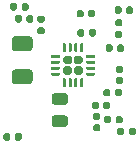
<source format=gtp>
%TF.GenerationSoftware,KiCad,Pcbnew,(5.1.6-0-10_14)*%
%TF.CreationDate,2020-12-19T22:37:24+01:00*%
%TF.ProjectId,ESCv2,45534376-322e-46b6-9963-61645f706362,v0.1*%
%TF.SameCoordinates,Original*%
%TF.FileFunction,Paste,Top*%
%TF.FilePolarity,Positive*%
%FSLAX46Y46*%
G04 Gerber Fmt 4.6, Leading zero omitted, Abs format (unit mm)*
G04 Created by KiCad (PCBNEW (5.1.6-0-10_14)) date 2020-12-19 22:37:24*
%MOMM*%
%LPD*%
G01*
G04 APERTURE LIST*
G04 APERTURE END LIST*
%TO.C,D1*%
G36*
G01*
X71910000Y-30627500D02*
X71910000Y-30972500D01*
G75*
G02*
X71762500Y-31120000I-147500J0D01*
G01*
X71467500Y-31120000D01*
G75*
G02*
X71320000Y-30972500I0J147500D01*
G01*
X71320000Y-30627500D01*
G75*
G02*
X71467500Y-30480000I147500J0D01*
G01*
X71762500Y-30480000D01*
G75*
G02*
X71910000Y-30627500I0J-147500D01*
G01*
G37*
G36*
G01*
X72880000Y-30627500D02*
X72880000Y-30972500D01*
G75*
G02*
X72732500Y-31120000I-147500J0D01*
G01*
X72437500Y-31120000D01*
G75*
G02*
X72290000Y-30972500I0J147500D01*
G01*
X72290000Y-30627500D01*
G75*
G02*
X72437500Y-30480000I147500J0D01*
G01*
X72732500Y-30480000D01*
G75*
G02*
X72880000Y-30627500I0J-147500D01*
G01*
G37*
%TD*%
%TO.C,D2*%
G36*
G01*
X71710000Y-41982500D02*
X71710000Y-41637500D01*
G75*
G02*
X71857500Y-41490000I147500J0D01*
G01*
X72152500Y-41490000D01*
G75*
G02*
X72300000Y-41637500I0J-147500D01*
G01*
X72300000Y-41982500D01*
G75*
G02*
X72152500Y-42130000I-147500J0D01*
G01*
X71857500Y-42130000D01*
G75*
G02*
X71710000Y-41982500I0J147500D01*
G01*
G37*
G36*
G01*
X70740000Y-41982500D02*
X70740000Y-41637500D01*
G75*
G02*
X70887500Y-41490000I147500J0D01*
G01*
X71182500Y-41490000D01*
G75*
G02*
X71330000Y-41637500I0J-147500D01*
G01*
X71330000Y-41982500D01*
G75*
G02*
X71182500Y-42130000I-147500J0D01*
G01*
X70887500Y-42130000D01*
G75*
G02*
X70740000Y-41982500I0J147500D01*
G01*
G37*
%TD*%
%TO.C,U1*%
G36*
G01*
X76725000Y-36382500D02*
X76725000Y-36017500D01*
G75*
G02*
X76907500Y-35835000I182500J0D01*
G01*
X77272500Y-35835000D01*
G75*
G02*
X77455000Y-36017500I0J-182500D01*
G01*
X77455000Y-36382500D01*
G75*
G02*
X77272500Y-36565000I-182500J0D01*
G01*
X76907500Y-36565000D01*
G75*
G02*
X76725000Y-36382500I0J182500D01*
G01*
G37*
G36*
G01*
X76725000Y-35482500D02*
X76725000Y-35117500D01*
G75*
G02*
X76907500Y-34935000I182500J0D01*
G01*
X77272500Y-34935000D01*
G75*
G02*
X77455000Y-35117500I0J-182500D01*
G01*
X77455000Y-35482500D01*
G75*
G02*
X77272500Y-35665000I-182500J0D01*
G01*
X76907500Y-35665000D01*
G75*
G02*
X76725000Y-35482500I0J182500D01*
G01*
G37*
G36*
G01*
X75825000Y-36382500D02*
X75825000Y-36017500D01*
G75*
G02*
X76007500Y-35835000I182500J0D01*
G01*
X76372500Y-35835000D01*
G75*
G02*
X76555000Y-36017500I0J-182500D01*
G01*
X76555000Y-36382500D01*
G75*
G02*
X76372500Y-36565000I-182500J0D01*
G01*
X76007500Y-36565000D01*
G75*
G02*
X75825000Y-36382500I0J182500D01*
G01*
G37*
G36*
G01*
X75825000Y-35482500D02*
X75825000Y-35117500D01*
G75*
G02*
X76007500Y-34935000I182500J0D01*
G01*
X76372500Y-34935000D01*
G75*
G02*
X76555000Y-35117500I0J-182500D01*
G01*
X76555000Y-35482500D01*
G75*
G02*
X76372500Y-35665000I-182500J0D01*
G01*
X76007500Y-35665000D01*
G75*
G02*
X75825000Y-35482500I0J182500D01*
G01*
G37*
G36*
G01*
X75765000Y-34587500D02*
X75765000Y-33937500D01*
G75*
G02*
X75827500Y-33875000I62500J0D01*
G01*
X75952500Y-33875000D01*
G75*
G02*
X76015000Y-33937500I0J-62500D01*
G01*
X76015000Y-34587500D01*
G75*
G02*
X75952500Y-34650000I-62500J0D01*
G01*
X75827500Y-34650000D01*
G75*
G02*
X75765000Y-34587500I0J62500D01*
G01*
G37*
G36*
G01*
X76265000Y-34587500D02*
X76265000Y-33937500D01*
G75*
G02*
X76327500Y-33875000I62500J0D01*
G01*
X76452500Y-33875000D01*
G75*
G02*
X76515000Y-33937500I0J-62500D01*
G01*
X76515000Y-34587500D01*
G75*
G02*
X76452500Y-34650000I-62500J0D01*
G01*
X76327500Y-34650000D01*
G75*
G02*
X76265000Y-34587500I0J62500D01*
G01*
G37*
G36*
G01*
X76765000Y-34587500D02*
X76765000Y-33937500D01*
G75*
G02*
X76827500Y-33875000I62500J0D01*
G01*
X76952500Y-33875000D01*
G75*
G02*
X77015000Y-33937500I0J-62500D01*
G01*
X77015000Y-34587500D01*
G75*
G02*
X76952500Y-34650000I-62500J0D01*
G01*
X76827500Y-34650000D01*
G75*
G02*
X76765000Y-34587500I0J62500D01*
G01*
G37*
G36*
G01*
X77265000Y-34587500D02*
X77265000Y-33937500D01*
G75*
G02*
X77327500Y-33875000I62500J0D01*
G01*
X77452500Y-33875000D01*
G75*
G02*
X77515000Y-33937500I0J-62500D01*
G01*
X77515000Y-34587500D01*
G75*
G02*
X77452500Y-34650000I-62500J0D01*
G01*
X77327500Y-34650000D01*
G75*
G02*
X77265000Y-34587500I0J62500D01*
G01*
G37*
G36*
G01*
X77740000Y-35062500D02*
X77740000Y-34937500D01*
G75*
G02*
X77802500Y-34875000I62500J0D01*
G01*
X78452500Y-34875000D01*
G75*
G02*
X78515000Y-34937500I0J-62500D01*
G01*
X78515000Y-35062500D01*
G75*
G02*
X78452500Y-35125000I-62500J0D01*
G01*
X77802500Y-35125000D01*
G75*
G02*
X77740000Y-35062500I0J62500D01*
G01*
G37*
G36*
G01*
X77740000Y-35562500D02*
X77740000Y-35437500D01*
G75*
G02*
X77802500Y-35375000I62500J0D01*
G01*
X78452500Y-35375000D01*
G75*
G02*
X78515000Y-35437500I0J-62500D01*
G01*
X78515000Y-35562500D01*
G75*
G02*
X78452500Y-35625000I-62500J0D01*
G01*
X77802500Y-35625000D01*
G75*
G02*
X77740000Y-35562500I0J62500D01*
G01*
G37*
G36*
G01*
X77740000Y-36062500D02*
X77740000Y-35937500D01*
G75*
G02*
X77802500Y-35875000I62500J0D01*
G01*
X78452500Y-35875000D01*
G75*
G02*
X78515000Y-35937500I0J-62500D01*
G01*
X78515000Y-36062500D01*
G75*
G02*
X78452500Y-36125000I-62500J0D01*
G01*
X77802500Y-36125000D01*
G75*
G02*
X77740000Y-36062500I0J62500D01*
G01*
G37*
G36*
G01*
X77740000Y-36562500D02*
X77740000Y-36437500D01*
G75*
G02*
X77802500Y-36375000I62500J0D01*
G01*
X78452500Y-36375000D01*
G75*
G02*
X78515000Y-36437500I0J-62500D01*
G01*
X78515000Y-36562500D01*
G75*
G02*
X78452500Y-36625000I-62500J0D01*
G01*
X77802500Y-36625000D01*
G75*
G02*
X77740000Y-36562500I0J62500D01*
G01*
G37*
G36*
G01*
X77265000Y-37562500D02*
X77265000Y-36912500D01*
G75*
G02*
X77327500Y-36850000I62500J0D01*
G01*
X77452500Y-36850000D01*
G75*
G02*
X77515000Y-36912500I0J-62500D01*
G01*
X77515000Y-37562500D01*
G75*
G02*
X77452500Y-37625000I-62500J0D01*
G01*
X77327500Y-37625000D01*
G75*
G02*
X77265000Y-37562500I0J62500D01*
G01*
G37*
G36*
G01*
X76765000Y-37562500D02*
X76765000Y-36912500D01*
G75*
G02*
X76827500Y-36850000I62500J0D01*
G01*
X76952500Y-36850000D01*
G75*
G02*
X77015000Y-36912500I0J-62500D01*
G01*
X77015000Y-37562500D01*
G75*
G02*
X76952500Y-37625000I-62500J0D01*
G01*
X76827500Y-37625000D01*
G75*
G02*
X76765000Y-37562500I0J62500D01*
G01*
G37*
G36*
G01*
X76265000Y-37562500D02*
X76265000Y-36912500D01*
G75*
G02*
X76327500Y-36850000I62500J0D01*
G01*
X76452500Y-36850000D01*
G75*
G02*
X76515000Y-36912500I0J-62500D01*
G01*
X76515000Y-37562500D01*
G75*
G02*
X76452500Y-37625000I-62500J0D01*
G01*
X76327500Y-37625000D01*
G75*
G02*
X76265000Y-37562500I0J62500D01*
G01*
G37*
G36*
G01*
X75765000Y-37562500D02*
X75765000Y-36912500D01*
G75*
G02*
X75827500Y-36850000I62500J0D01*
G01*
X75952500Y-36850000D01*
G75*
G02*
X76015000Y-36912500I0J-62500D01*
G01*
X76015000Y-37562500D01*
G75*
G02*
X75952500Y-37625000I-62500J0D01*
G01*
X75827500Y-37625000D01*
G75*
G02*
X75765000Y-37562500I0J62500D01*
G01*
G37*
G36*
G01*
X74765000Y-36562500D02*
X74765000Y-36437500D01*
G75*
G02*
X74827500Y-36375000I62500J0D01*
G01*
X75477500Y-36375000D01*
G75*
G02*
X75540000Y-36437500I0J-62500D01*
G01*
X75540000Y-36562500D01*
G75*
G02*
X75477500Y-36625000I-62500J0D01*
G01*
X74827500Y-36625000D01*
G75*
G02*
X74765000Y-36562500I0J62500D01*
G01*
G37*
G36*
G01*
X74765000Y-36062500D02*
X74765000Y-35937500D01*
G75*
G02*
X74827500Y-35875000I62500J0D01*
G01*
X75477500Y-35875000D01*
G75*
G02*
X75540000Y-35937500I0J-62500D01*
G01*
X75540000Y-36062500D01*
G75*
G02*
X75477500Y-36125000I-62500J0D01*
G01*
X74827500Y-36125000D01*
G75*
G02*
X74765000Y-36062500I0J62500D01*
G01*
G37*
G36*
G01*
X74765000Y-35562500D02*
X74765000Y-35437500D01*
G75*
G02*
X74827500Y-35375000I62500J0D01*
G01*
X75477500Y-35375000D01*
G75*
G02*
X75540000Y-35437500I0J-62500D01*
G01*
X75540000Y-35562500D01*
G75*
G02*
X75477500Y-35625000I-62500J0D01*
G01*
X74827500Y-35625000D01*
G75*
G02*
X74765000Y-35562500I0J62500D01*
G01*
G37*
G36*
G01*
X74765000Y-35062500D02*
X74765000Y-34937500D01*
G75*
G02*
X74827500Y-34875000I62500J0D01*
G01*
X75477500Y-34875000D01*
G75*
G02*
X75540000Y-34937500I0J-62500D01*
G01*
X75540000Y-35062500D01*
G75*
G02*
X75477500Y-35125000I-62500J0D01*
G01*
X74827500Y-35125000D01*
G75*
G02*
X74765000Y-35062500I0J62500D01*
G01*
G37*
%TD*%
%TO.C,R12*%
G36*
G01*
X80327500Y-32850000D02*
X80672500Y-32850000D01*
G75*
G02*
X80820000Y-32997500I0J-147500D01*
G01*
X80820000Y-33292500D01*
G75*
G02*
X80672500Y-33440000I-147500J0D01*
G01*
X80327500Y-33440000D01*
G75*
G02*
X80180000Y-33292500I0J147500D01*
G01*
X80180000Y-32997500D01*
G75*
G02*
X80327500Y-32850000I147500J0D01*
G01*
G37*
G36*
G01*
X80327500Y-31880000D02*
X80672500Y-31880000D01*
G75*
G02*
X80820000Y-32027500I0J-147500D01*
G01*
X80820000Y-32322500D01*
G75*
G02*
X80672500Y-32470000I-147500J0D01*
G01*
X80327500Y-32470000D01*
G75*
G02*
X80180000Y-32322500I0J147500D01*
G01*
X80180000Y-32027500D01*
G75*
G02*
X80327500Y-31880000I147500J0D01*
G01*
G37*
%TD*%
%TO.C,R11*%
G36*
G01*
X78812500Y-40390000D02*
X78467500Y-40390000D01*
G75*
G02*
X78320000Y-40242500I0J147500D01*
G01*
X78320000Y-39947500D01*
G75*
G02*
X78467500Y-39800000I147500J0D01*
G01*
X78812500Y-39800000D01*
G75*
G02*
X78960000Y-39947500I0J-147500D01*
G01*
X78960000Y-40242500D01*
G75*
G02*
X78812500Y-40390000I-147500J0D01*
G01*
G37*
G36*
G01*
X78812500Y-41360000D02*
X78467500Y-41360000D01*
G75*
G02*
X78320000Y-41212500I0J147500D01*
G01*
X78320000Y-40917500D01*
G75*
G02*
X78467500Y-40770000I147500J0D01*
G01*
X78812500Y-40770000D01*
G75*
G02*
X78960000Y-40917500I0J-147500D01*
G01*
X78960000Y-41212500D01*
G75*
G02*
X78812500Y-41360000I-147500J0D01*
G01*
G37*
%TD*%
%TO.C,R8*%
G36*
G01*
X80980000Y-41187500D02*
X80980000Y-41532500D01*
G75*
G02*
X80832500Y-41680000I-147500J0D01*
G01*
X80537500Y-41680000D01*
G75*
G02*
X80390000Y-41532500I0J147500D01*
G01*
X80390000Y-41187500D01*
G75*
G02*
X80537500Y-41040000I147500J0D01*
G01*
X80832500Y-41040000D01*
G75*
G02*
X80980000Y-41187500I0J-147500D01*
G01*
G37*
G36*
G01*
X81950000Y-41187500D02*
X81950000Y-41532500D01*
G75*
G02*
X81802500Y-41680000I-147500J0D01*
G01*
X81507500Y-41680000D01*
G75*
G02*
X81360000Y-41532500I0J147500D01*
G01*
X81360000Y-41187500D01*
G75*
G02*
X81507500Y-41040000I147500J0D01*
G01*
X81802500Y-41040000D01*
G75*
G02*
X81950000Y-41187500I0J-147500D01*
G01*
G37*
%TD*%
%TO.C,R7*%
G36*
G01*
X73757500Y-32540000D02*
X74102500Y-32540000D01*
G75*
G02*
X74250000Y-32687500I0J-147500D01*
G01*
X74250000Y-32982500D01*
G75*
G02*
X74102500Y-33130000I-147500J0D01*
G01*
X73757500Y-33130000D01*
G75*
G02*
X73610000Y-32982500I0J147500D01*
G01*
X73610000Y-32687500D01*
G75*
G02*
X73757500Y-32540000I147500J0D01*
G01*
G37*
G36*
G01*
X73757500Y-31570000D02*
X74102500Y-31570000D01*
G75*
G02*
X74250000Y-31717500I0J-147500D01*
G01*
X74250000Y-32012500D01*
G75*
G02*
X74102500Y-32160000I-147500J0D01*
G01*
X73757500Y-32160000D01*
G75*
G02*
X73610000Y-32012500I0J147500D01*
G01*
X73610000Y-31717500D01*
G75*
G02*
X73757500Y-31570000I147500J0D01*
G01*
G37*
%TD*%
%TO.C,R6*%
G36*
G01*
X72320000Y-31647500D02*
X72320000Y-31992500D01*
G75*
G02*
X72172500Y-32140000I-147500J0D01*
G01*
X71877500Y-32140000D01*
G75*
G02*
X71730000Y-31992500I0J147500D01*
G01*
X71730000Y-31647500D01*
G75*
G02*
X71877500Y-31500000I147500J0D01*
G01*
X72172500Y-31500000D01*
G75*
G02*
X72320000Y-31647500I0J-147500D01*
G01*
G37*
G36*
G01*
X73290000Y-31647500D02*
X73290000Y-31992500D01*
G75*
G02*
X73142500Y-32140000I-147500J0D01*
G01*
X72847500Y-32140000D01*
G75*
G02*
X72700000Y-31992500I0J147500D01*
G01*
X72700000Y-31647500D01*
G75*
G02*
X72847500Y-31500000I147500J0D01*
G01*
X73142500Y-31500000D01*
G75*
G02*
X73290000Y-31647500I0J-147500D01*
G01*
G37*
%TD*%
%TO.C,R5*%
G36*
G01*
X80380000Y-34482500D02*
X80380000Y-34137500D01*
G75*
G02*
X80527500Y-33990000I147500J0D01*
G01*
X80822500Y-33990000D01*
G75*
G02*
X80970000Y-34137500I0J-147500D01*
G01*
X80970000Y-34482500D01*
G75*
G02*
X80822500Y-34630000I-147500J0D01*
G01*
X80527500Y-34630000D01*
G75*
G02*
X80380000Y-34482500I0J147500D01*
G01*
G37*
G36*
G01*
X79410000Y-34482500D02*
X79410000Y-34137500D01*
G75*
G02*
X79557500Y-33990000I147500J0D01*
G01*
X79852500Y-33990000D01*
G75*
G02*
X80000000Y-34137500I0J-147500D01*
G01*
X80000000Y-34482500D01*
G75*
G02*
X79852500Y-34630000I-147500J0D01*
G01*
X79557500Y-34630000D01*
G75*
G02*
X79410000Y-34482500I0J147500D01*
G01*
G37*
%TD*%
%TO.C,R4*%
G36*
G01*
X80752500Y-36400000D02*
X80407500Y-36400000D01*
G75*
G02*
X80260000Y-36252500I0J147500D01*
G01*
X80260000Y-35957500D01*
G75*
G02*
X80407500Y-35810000I147500J0D01*
G01*
X80752500Y-35810000D01*
G75*
G02*
X80900000Y-35957500I0J-147500D01*
G01*
X80900000Y-36252500D01*
G75*
G02*
X80752500Y-36400000I-147500J0D01*
G01*
G37*
G36*
G01*
X80752500Y-37370000D02*
X80407500Y-37370000D01*
G75*
G02*
X80260000Y-37222500I0J147500D01*
G01*
X80260000Y-36927500D01*
G75*
G02*
X80407500Y-36780000I147500J0D01*
G01*
X80752500Y-36780000D01*
G75*
G02*
X80900000Y-36927500I0J-147500D01*
G01*
X80900000Y-37222500D01*
G75*
G02*
X80752500Y-37370000I-147500J0D01*
G01*
G37*
%TD*%
%TO.C,R3*%
G36*
G01*
X80190000Y-38252500D02*
X80190000Y-37907500D01*
G75*
G02*
X80337500Y-37760000I147500J0D01*
G01*
X80632500Y-37760000D01*
G75*
G02*
X80780000Y-37907500I0J-147500D01*
G01*
X80780000Y-38252500D01*
G75*
G02*
X80632500Y-38400000I-147500J0D01*
G01*
X80337500Y-38400000D01*
G75*
G02*
X80190000Y-38252500I0J147500D01*
G01*
G37*
G36*
G01*
X79220000Y-38252500D02*
X79220000Y-37907500D01*
G75*
G02*
X79367500Y-37760000I147500J0D01*
G01*
X79662500Y-37760000D01*
G75*
G02*
X79810000Y-37907500I0J-147500D01*
G01*
X79810000Y-38252500D01*
G75*
G02*
X79662500Y-38400000I-147500J0D01*
G01*
X79367500Y-38400000D01*
G75*
G02*
X79220000Y-38252500I0J147500D01*
G01*
G37*
%TD*%
%TO.C,R2*%
G36*
G01*
X77910000Y-31562500D02*
X77910000Y-31217500D01*
G75*
G02*
X78057500Y-31070000I147500J0D01*
G01*
X78352500Y-31070000D01*
G75*
G02*
X78500000Y-31217500I0J-147500D01*
G01*
X78500000Y-31562500D01*
G75*
G02*
X78352500Y-31710000I-147500J0D01*
G01*
X78057500Y-31710000D01*
G75*
G02*
X77910000Y-31562500I0J147500D01*
G01*
G37*
G36*
G01*
X76940000Y-31562500D02*
X76940000Y-31217500D01*
G75*
G02*
X77087500Y-31070000I147500J0D01*
G01*
X77382500Y-31070000D01*
G75*
G02*
X77530000Y-31217500I0J-147500D01*
G01*
X77530000Y-31562500D01*
G75*
G02*
X77382500Y-31710000I-147500J0D01*
G01*
X77087500Y-31710000D01*
G75*
G02*
X76940000Y-31562500I0J147500D01*
G01*
G37*
%TD*%
%TO.C,R1*%
G36*
G01*
X80250000Y-40532500D02*
X80250000Y-40187500D01*
G75*
G02*
X80397500Y-40040000I147500J0D01*
G01*
X80692500Y-40040000D01*
G75*
G02*
X80840000Y-40187500I0J-147500D01*
G01*
X80840000Y-40532500D01*
G75*
G02*
X80692500Y-40680000I-147500J0D01*
G01*
X80397500Y-40680000D01*
G75*
G02*
X80250000Y-40532500I0J147500D01*
G01*
G37*
G36*
G01*
X79280000Y-40532500D02*
X79280000Y-40187500D01*
G75*
G02*
X79427500Y-40040000I147500J0D01*
G01*
X79722500Y-40040000D01*
G75*
G02*
X79870000Y-40187500I0J-147500D01*
G01*
X79870000Y-40532500D01*
G75*
G02*
X79722500Y-40680000I-147500J0D01*
G01*
X79427500Y-40680000D01*
G75*
G02*
X79280000Y-40532500I0J147500D01*
G01*
G37*
%TD*%
%TO.C,C13*%
G36*
G01*
X80760000Y-30917500D02*
X80760000Y-31262500D01*
G75*
G02*
X80612500Y-31410000I-147500J0D01*
G01*
X80317500Y-31410000D01*
G75*
G02*
X80170000Y-31262500I0J147500D01*
G01*
X80170000Y-30917500D01*
G75*
G02*
X80317500Y-30770000I147500J0D01*
G01*
X80612500Y-30770000D01*
G75*
G02*
X80760000Y-30917500I0J-147500D01*
G01*
G37*
G36*
G01*
X81730000Y-30917500D02*
X81730000Y-31262500D01*
G75*
G02*
X81582500Y-31410000I-147500J0D01*
G01*
X81287500Y-31410000D01*
G75*
G02*
X81140000Y-31262500I0J147500D01*
G01*
X81140000Y-30917500D01*
G75*
G02*
X81287500Y-30770000I147500J0D01*
G01*
X81582500Y-30770000D01*
G75*
G02*
X81730000Y-30917500I0J-147500D01*
G01*
G37*
%TD*%
%TO.C,C4*%
G36*
G01*
X72965000Y-34555000D02*
X71715000Y-34555000D01*
G75*
G02*
X71465000Y-34305000I0J250000D01*
G01*
X71465000Y-33555000D01*
G75*
G02*
X71715000Y-33305000I250000J0D01*
G01*
X72965000Y-33305000D01*
G75*
G02*
X73215000Y-33555000I0J-250000D01*
G01*
X73215000Y-34305000D01*
G75*
G02*
X72965000Y-34555000I-250000J0D01*
G01*
G37*
G36*
G01*
X72965000Y-37355000D02*
X71715000Y-37355000D01*
G75*
G02*
X71465000Y-37105000I0J250000D01*
G01*
X71465000Y-36355000D01*
G75*
G02*
X71715000Y-36105000I250000J0D01*
G01*
X72965000Y-36105000D01*
G75*
G02*
X73215000Y-36355000I0J-250000D01*
G01*
X73215000Y-37105000D01*
G75*
G02*
X72965000Y-37355000I-250000J0D01*
G01*
G37*
%TD*%
%TO.C,C3*%
G36*
G01*
X75063750Y-40000000D02*
X75976250Y-40000000D01*
G75*
G02*
X76220000Y-40243750I0J-243750D01*
G01*
X76220000Y-40731250D01*
G75*
G02*
X75976250Y-40975000I-243750J0D01*
G01*
X75063750Y-40975000D01*
G75*
G02*
X74820000Y-40731250I0J243750D01*
G01*
X74820000Y-40243750D01*
G75*
G02*
X75063750Y-40000000I243750J0D01*
G01*
G37*
G36*
G01*
X75063750Y-38125000D02*
X75976250Y-38125000D01*
G75*
G02*
X76220000Y-38368750I0J-243750D01*
G01*
X76220000Y-38856250D01*
G75*
G02*
X75976250Y-39100000I-243750J0D01*
G01*
X75063750Y-39100000D01*
G75*
G02*
X74820000Y-38856250I0J243750D01*
G01*
X74820000Y-38368750D01*
G75*
G02*
X75063750Y-38125000I243750J0D01*
G01*
G37*
%TD*%
%TO.C,C2*%
G36*
G01*
X77990000Y-33182500D02*
X77990000Y-32837500D01*
G75*
G02*
X78137500Y-32690000I147500J0D01*
G01*
X78432500Y-32690000D01*
G75*
G02*
X78580000Y-32837500I0J-147500D01*
G01*
X78580000Y-33182500D01*
G75*
G02*
X78432500Y-33330000I-147500J0D01*
G01*
X78137500Y-33330000D01*
G75*
G02*
X77990000Y-33182500I0J147500D01*
G01*
G37*
G36*
G01*
X77020000Y-33182500D02*
X77020000Y-32837500D01*
G75*
G02*
X77167500Y-32690000I147500J0D01*
G01*
X77462500Y-32690000D01*
G75*
G02*
X77610000Y-32837500I0J-147500D01*
G01*
X77610000Y-33182500D01*
G75*
G02*
X77462500Y-33330000I-147500J0D01*
G01*
X77167500Y-33330000D01*
G75*
G02*
X77020000Y-33182500I0J147500D01*
G01*
G37*
%TD*%
%TO.C,C1*%
G36*
G01*
X78830000Y-38977500D02*
X78830000Y-39322500D01*
G75*
G02*
X78682500Y-39470000I-147500J0D01*
G01*
X78387500Y-39470000D01*
G75*
G02*
X78240000Y-39322500I0J147500D01*
G01*
X78240000Y-38977500D01*
G75*
G02*
X78387500Y-38830000I147500J0D01*
G01*
X78682500Y-38830000D01*
G75*
G02*
X78830000Y-38977500I0J-147500D01*
G01*
G37*
G36*
G01*
X79800000Y-38977500D02*
X79800000Y-39322500D01*
G75*
G02*
X79652500Y-39470000I-147500J0D01*
G01*
X79357500Y-39470000D01*
G75*
G02*
X79210000Y-39322500I0J147500D01*
G01*
X79210000Y-38977500D01*
G75*
G02*
X79357500Y-38830000I147500J0D01*
G01*
X79652500Y-38830000D01*
G75*
G02*
X79800000Y-38977500I0J-147500D01*
G01*
G37*
%TD*%
M02*

</source>
